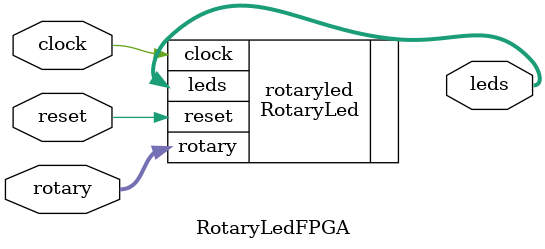
<source format=v>
module RotaryLedFPGA(clock,reset,rotary,leds);
   input wire        clock;
   input wire 	     reset;

   input wire [1:0]  rotary;

   output wire [7:0] leds;

   RotaryLed
   rotaryled (.clock(clock),
	      .reset(reset),

	      .rotary(rotary),

	      .leds(leds));
endmodule // RotaryLedFPGA

</source>
